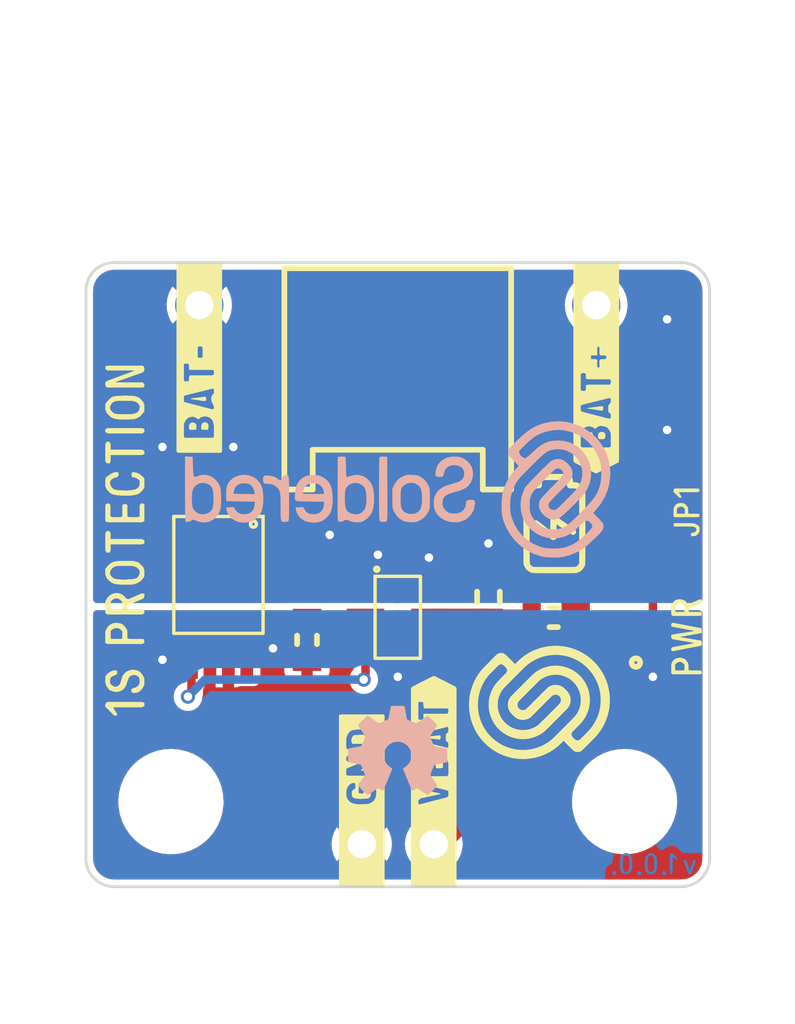
<source format=kicad_pcb>
(kicad_pcb (version 20210623) (generator pcbnew)
  (title_block (title "1S Li-Ion battery protection") (date "2022-07-26") (rev "V1.0.0.") (company "SOLDERED") (comment 1 "333049"))
  (layers (0 "F.Cu" signal) (31 "B.Cu" signal) (34 "B.Paste" user) (35 "F.Paste" user) (36 "B.SilkS" user "B.Silkscreen") (37 "F.SilkS" user "F.Silkscreen") (38 "B.Mask" user) (39 "F.Mask" user) (44 "Edge.Cuts" user))
  (net 0 "")
  (net 1 "Net-(C1-Pad1)")
  (net 2 "GND_ISO")
  (net 3 "Net-(D1-Pad1)")
  (net 4 "GND")
  (net 5 "VBAT")
  (net 6 "Net-(JP1-Pad2)")
  (net 7 "Net-(R2-Pad2)")
  (net 8 "OD")
  (net 9 "OC")
  (footprint "e-radionica.com footprinti:FIDUCIAL_23" (layer "F.Cu") (at 86.5 155.5)
    (fp_text reference "FD1")
    (fp_text value "FIDUCIAL")
    (fp_circle (center 0 0) (end 1 0) (layer "F.Cu") (width 0.2) (fill none))
    (pad "1" smd circle (at 0 0) (size 1 1) (layers "F.Cu" "F.Paste" "F.Mask") (clearance 1.1))
  )
  (footprint "buzzardLabel" (layer "F.Cu") (at 101.2 151.2 90)
    (fp_text reference "" (at 0 0 90) (layer "F.SilkS") (effects (font (size 1.27 1.27))))
    (fp_text value "" (at 0 0 90) (layer "F.SilkS") (effects (font (size 1.27 1.27))))
  )
  (footprint "e-radionica.com footprinti:Sot23-6" (layer "F.Cu") (at 91 150.5)
    (fp_text reference "U1")
    (fp_text value "DW01+G(SOT23-6)")
    (pad "1" smd rect locked (at -1.1375 -0.95) (size 1.325 0.6) (layers "F.Cu" "F.Paste" "F.Mask") (net 8 "OD"))
    (pad "2" smd rect locked (at -1.1375 0) (size 1.325 0.6) (layers "F.Cu" "F.Paste" "F.Mask") (net 7 "Net-(R2-Pad2)"))
    (pad "3" smd rect locked (at -1.1375 0.95) (size 1.325 0.6) (layers "F.Cu" "F.Paste" "F.Mask") (net 9 "OC"))
    (pad "4" smd rect locked (at 1.1375 0.95) (size 1.325 0.6) (layers "F.Cu" "F.Paste" "F.Mask"))
    (pad "5" smd rect locked (at 1.1375 0) (size 1.325 0.6) (layers "F.Cu" "F.Paste" "F.Mask") (net 1 "Net-(C1-Pad1)"))
    (pad "6" smd rect locked (at 1.1375 -0.95) (size 1.325 0.6) (layers "F.Cu" "F.Paste" "F.Mask") (net 2 "GND_ISO"))
  )
  (footprint "Soldered Graphics:Logo-Front-Soldered-5mm" (layer "F.Cu") (at 96 153.5 90)
    (fp_text reference "G***" hide)
    (fp_text value "LOGO" hide)
  )
  (footprint "e-radionica.com footprinti:0603R" (layer "F.Cu") (at 96.5 150.5)
    (fp_text reference "R3")
    (fp_text value "100R")
    (pad "1" smd rect locked (at -0.775 0 90) (size 1 0.64) (layers "F.Cu" "F.Paste" "F.Mask") (net 1 "Net-(C1-Pad1)"))
    (pad "2" smd rect locked (at 0.775 0 90) (size 1 0.64) (layers "F.Cu" "F.Paste" "F.Mask") (net 5 "VBAT"))
  )
  (footprint "e-radionica.com footprinti:SMD-JUMPER-CONNECTED_TRACE_SLODERMASK" (layer "F.Cu") (at 100 146.8 -90)
    (fp_text reference "JP1")
    (fp_text value "SMD-JUMPER-CONNECTED_TRACE_SLODERMASK")
    (fp_poly (pts (xy 0.1 0.1) (xy -0.1 0.1) (xy -0.1 -0.1) (xy 0.1 -0.1)) (layer "F.Cu") (width 0.1) (fill solid))
    (pad "1" smd rect (at -0.35 0 270) (size 0.5 1) (layers "F.Cu" "F.Mask") (net 5 "VBAT"))
    (pad "2" smd rect (at 0.35 0 270) (size 0.5 1) (layers "F.Cu" "F.Mask") (net 6 "Net-(JP1-Pad2)"))
  )
  (footprint "Soldered Graphics:Logo-Back-SolderedFULL-15mm" (layer "F.Cu") (at 91 146)
    (fp_text reference "REF**" hide)
    (fp_text value "Logo-Front-SolderedFULL-15mm" hide)
  )
  (footprint "buzzardLabel" (layer "F.Cu") (at 92.27 160.4 90)
    (fp_text reference "" (at 0 0 90) (layer "F.SilkS") (effects (font (size 1.27 1.27))))
    (fp_text value "" (at 0 0 90) (layer "F.SilkS") (effects (font (size 1.27 1.27))))
  )
  (footprint "e-radionica.com footprinti:0402R" (layer "F.Cu") (at 100 149 -90)
    (fp_text reference "R1")
    (fp_text value "2k2")
    (pad "1" smd rect locked (at -0.5 0) (size 0.64 0.54) (layers "F.Cu" "F.Paste" "F.Mask") (net 6 "Net-(JP1-Pad2)"))
    (pad "2" smd rect locked (at 0.5 0) (size 0.64 0.54) (layers "F.Cu" "F.Paste" "F.Mask") (net 3 "Net-(D1-Pad1)"))
  )
  (footprint "e-radionica.com footprinti:0603R" (layer "F.Cu") (at 87.8 151.3 90)
    (fp_text reference "R2")
    (fp_text value "1k")
    (pad "1" smd rect locked (at -0.775 0 180) (size 1 0.64) (layers "F.Cu" "F.Paste" "F.Mask") (net 4 "GND"))
    (pad "2" smd rect locked (at 0.775 0 180) (size 1 0.64) (layers "F.Cu" "F.Paste" "F.Mask") (net 7 "Net-(R2-Pad2)"))
  )
  (footprint "e-radionica.com footprinti:HOLE_3.2mm" (layer "F.Cu") (at 99 157)
    (fp_text reference "H2" hide)
    (fp_text value "HOLE_3.2mm" hide)
    (pad "" np_thru_hole circle locked (at 0 0) (size 3.2 3.2) (drill 3.2) (layers F&B.Cu *.Mask))
  )
  (footprint "buzzardLabel" (layer "F.Cu") (at 101.2 146.8 90)
    (fp_text reference "" (at 0 0 90) (layer "F.SilkS") (effects (font (size 1.27 1.27))))
    (fp_text value "" (at 0 0 90) (layer "F.SilkS") (effects (font (size 1.27 1.27))))
  )
  (footprint "buzzardLabel" (layer "F.Cu") (at 98 137.6 90)
    (fp_text reference "" (at 0 0 90) (layer "F.SilkS") (effects (font (size 1.27 1.27))))
    (fp_text value "" (at 0 0 90) (layer "F.SilkS") (effects (font (size 1.27 1.27))))
  )
  (footprint "e-radionica.com footprinti:0603C" (layer "F.Cu") (at 94.2 149.8 90)
    (fp_text reference "C1")
    (fp_text value "0.1uF")
    (pad "1" smd rect locked (at -0.73 0 90) (size 0.66 1) (layers "F.Cu" "F.Paste" "F.Mask") (net 1 "Net-(C1-Pad1)"))
    (pad "2" smd rect locked (at 0.73 0 90) (size 0.66 1) (layers "F.Cu" "F.Paste" "F.Mask") (net 2 "GND_ISO"))
  )
  (footprint "buzzardLabel" (layer "F.Cu") (at 81.4 147.8 90)
    (fp_text reference "" (at 0 0 90) (layer "F.SilkS") (effects (font (size 1.27 1.27))))
    (fp_text value "" (at 0 0 90) (layer "F.SilkS") (effects (font (size 1.27 1.27))))
  )
  (footprint "e-radionica.com footprinti:0402LED" (layer "F.Cu") (at 100 151.2 -90)
    (fp_text reference "D1")
    (fp_text value "purple")
    (pad "1" smd rect locked (at -0.55 0) (size 0.75 0.45) (layers "F.Cu" "F.Paste" "F.Mask") (net 3 "Net-(D1-Pad1)"))
    (pad "2" smd rect locked (at 0.55 0) (size 0.75 0.45) (layers "F.Cu" "F.Paste" "F.Mask") (net 4 "GND"))
  )
  (footprint "Soldered Graphics:Symbol-Front-Battery" (layer "F.Cu") (at 96.6 147.2 90)
    (fp_text reference "G***" hide)
    (fp_text value "LOGO" hide)
  )
  (footprint "buzzardLabel" (layer "F.Cu") (at 89.73 160.4 90)
    (fp_text reference "" (at 0 0 90) (layer "F.SilkS") (effects (font (size 1.27 1.27))))
    (fp_text value "" (at 0 0 90) (layer "F.SilkS") (effects (font (size 1.27 1.27))))
  )
  (footprint "Soldered Graphics:Logo-Back-OSH-3.5mm" (layer "F.Cu") (at 91 155.2)
    (fp_text reference "G***" hide)
    (fp_text value "LOGO" hide)
  )
  (footprint "buzzardLabel" (layer "F.Cu") (at 84 137.6 90)
    (fp_text reference "" (at 0 0 90) (layer "F.SilkS") (effects (font (size 1.27 1.27))))
    (fp_text value "" (at 0 0 90) (layer "F.SilkS") (effects (font (size 1.27 1.27))))
  )
  (footprint "e-radionica.com footprinti:JST-2pin-SMD" (layer "F.Cu") (at 91 143)
    (fp_text reference "K3")
    (fp_text value "JST-2pin-SMD")
    (pad "" smd rect locked (at -3.3 -3.15) (size 1 3) (layers "F.Cu" "F.Paste" "F.Mask"))
    (pad "" smd rect locked (at 3.3 -3.15) (size 1 3) (layers "F.Cu" "F.Paste" "F.Mask"))
    (pad "1" smd rect locked (at 1 3.15) (size 1.1 2) (layers "F.Cu" "F.Paste" "F.Mask") (net 5 "VBAT"))
    (pad "2" smd rect locked (at -1 3.15) (size 1.1 2) (layers "F.Cu" "F.Paste" "F.Mask") (net 2 "GND_ISO"))
  )
  (footprint "e-radionica.com footprinti:HOLE_3.2mm" (layer "F.Cu") (at 83 157)
    (fp_text reference "H1" hide)
    (fp_text value "HOLE_3.2mm" hide)
    (pad "" np_thru_hole circle locked (at 0 0) (size 3.2 3.2) (drill 3.2) (layers F&B.Cu *.Mask))
  )
  (footprint "e-radionica.com footprinti:TSSOP8" (layer "F.Cu") (at 84.7 149 -90)
    (fp_text reference "U2")
    (fp_text value "FS8205A")
    (pad "1" smd rect (at -2.95 -0.975 270) (size 1.45 0.45) (layers "F.Cu" "F.Paste" "F.Mask"))
    (pad "2" smd rect (at -2.95 -0.325 270) (size 1.45 0.45) (layers "F.Cu" "F.Paste" "F.Mask") (net 2 "GND_ISO"))
    (pad "3" smd rect (at -2.95 0.325 270) (size 1.45 0.45) (layers "F.Cu" "F.Paste" "F.Mask") (net 2 "GND_ISO"))
    (pad "4" smd rect (at -2.95 0.975 270) (size 1.45 0.45) (layers "F.Cu" "F.Paste" "F.Mask") (net 8 "OD"))
    (pad "5" smd rect (at 2.95 0.975 270) (size 1.45 0.45) (layers "F.Cu" "F.Paste" "F.Mask") (net 9 "OC"))
    (pad "6" smd rect (at 2.95 0.325 270) (size 1.45 0.45) (layers "F.Cu" "F.Paste" "F.Mask") (net 4 "GND"))
    (pad "7" smd rect (at 2.95 -0.325 270) (size 1.45 0.45) (layers "F.Cu" "F.Paste" "F.Mask") (net 4 "GND"))
    (pad "8" smd rect (at 2.95 -0.975 270) (size 1.45 0.45) (layers "F.Cu" "F.Paste" "F.Mask"))
  )
  (footprint "e-radionica.com footprinti:HEADER_MALE_2X1" (layer "B.Cu") (at 91 158.5)
    (fp_text reference "K4")
    (fp_text value "HEADER_MALE_2X1")
    (pad "1" thru_hole circle locked (at -1.27 0) (size 1.524 1.524) (drill 1) (layers *.Cu *.Mask) (net 4 "GND"))
    (pad "2" thru_hole circle locked (at 1.27 0) (size 1.524 1.524) (drill 1) (layers *.Cu *.Mask) (net 5 "VBAT"))
  )
  (footprint "Soldered Graphics:Version1.0.0." (layer "B.Cu") (at 100 159.2 180)
    (fp_text reference "Ref**" hide)
    (fp_text value "Val**" hide)
    (fp_poly (pts (xy 1.31 -0.38) (xy 1.36 -0.38) (xy 1.41 -0.37) (xy 1.42 -0.33) (xy 1.42 -0.27) (xy 1.38 -0.26) (xy 1.33 -0.26) (xy 1.3 -0.29) (xy 1.3 -0.34) (xy 1.31 -0.38)) (layer "B.Cu") (width 0.01) (fill solid))
    (fp_poly (pts (xy -0.44 -0.38) (xy -0.39 -0.38) (xy -0.34 -0.37) (xy -0.34 -0.33) (xy -0.34 -0.27) (xy -0.38 -0.26) (xy -0.43 -0.26) (xy -0.46 -0.29) (xy -0.46 -0.34) (xy -0.44 -0.38)) (layer "B.Cu") (width 0.01) (fill solid))
    (fp_poly (pts (xy -1.33 -0.35) (xy -1.27 -0.35) (xy -1.25 -0.31) (xy -1.09 0.1) (xy -1.11 0.13) (xy -1.16 0.13) (xy -1.19 0.1) (xy -1.28 -0.16) (xy -1.3 -0.21) (xy -1.32 -0.17) (xy -1.41 0.09) (xy -1.44 0.13) (xy -1.49 0.13) (xy -1.51 0.1) (xy -1.36 -0.31) (xy -1.33 -0.35)) (layer "B.Cu") (width 0.01) (fill solid))
    (fp_poly (pts (xy -0.67 -0.35) (xy -0.62 -0.35) (xy -0.6 -0.31) (xy -0.6 0.35) (xy -0.64 0.38) (xy -0.69 0.38) (xy -0.73 0.34) (xy -0.84 0.22) (xy -0.86 0.17) (xy -0.83 0.16) (xy -0.73 0.22) (xy -0.69 0.23) (xy -0.69 -0.31) (xy -0.67 -0.35)) (layer "B.Cu") (width 0.01) (fill solid))
    (fp_poly (pts (xy 0.43 -0.38) (xy 0.48 -0.38) (xy 0.54 -0.37) (xy 0.54 -0.33) (xy 0.54 -0.27) (xy 0.5 -0.26) (xy 0.45 -0.26) (xy 0.42 -0.29) (xy 0.42 -0.34) (xy 0.43 -0.38)) (layer "B.Cu") (width 0.01) (fill solid))
    (fp_poly (pts (xy 0.06 -0.35) (xy 0.11 -0.35) (xy 0.17 -0.33) (xy 0.13 -0.28) (xy 0.03 -0.28) (xy -0.01 -0.25) (xy -0.03 -0.2) (xy -0.05 -0.15) (xy -0.05 -0.11) (xy -0.05 0.01) (xy -0.05 0.13) (xy -0.05 0.17) (xy -0.03 0.22) (xy -0.01 0.27) (xy 0.02 0.3) (xy 0.13 0.3) (xy 0.16 0.26) (xy 0.18 0.21) (xy 0.18 0.15) (xy 0.19 0.05) (xy 0.19 -0.08) (xy 0.19 -0.12) (xy 0.18 -0.17) (xy 0.16 -0.22) (xy 0.14 -0.27) (xy 0.14 -0.28) (xy 0.17 -0.32) (xy 0.21 -0.29) (xy 0.24 -0.26) (xy 0.26 -0.22) (xy 0.27 -0.16) (xy 0.28 -0.11) (xy 0.28 -0.06) (xy 0.28 0.06) (xy 0.28 0.12) (xy 0.27 0.17) (xy 0.26 0.22) (xy 0.25 0.27) (xy 0.22 0.3) (xy 0.19 0.34) (xy 0.13 0.37) (xy 0.08 0.38) (xy 0.02 0.38) (xy -0.03 0.35) (xy -0.08 0.31) (xy -0.1 0.28) (xy -0.12 0.23) (xy -0.14 0.18) (xy -0.14 0.13) (xy -0.15 0.08) (xy -0.15 -0.04) (xy -0.14 -0.1) (xy -0.14 -0.14) (xy -0.13 -0.2) (xy -0.11 -0.25) (xy -0.08 -0.28) (xy -0.05 -0.32) (xy 0.01 -0.35) (xy 0.06 -0.35)) (layer "B.Cu") (width 0.01) (fill solid))
    (fp_poly (pts (xy 0.93 -0.35) (xy 0.99 -0.35) (xy 1.04 -0.33) (xy 1.01 -0.28) (xy 0.91 -0.28) (xy 0.87 -0.25) (xy 0.85 -0.2) (xy 0.83 -0.15) (xy 0.83 -0.11) (xy 0.82 0.01) (xy 0.83 0.13) (xy 0.83 0.17) (xy 0.84 0.22) (xy 0.87 0.27) (xy 0.9 0.3) (xy 1.01 0.3) (xy 1.04 0.26) (xy 1.05 0.21) (xy 1.06 0.15) (xy 1.07 0.05) (xy 1.07 -0.08) (xy 1.06 -0.12) (xy 1.06 -0.17) (xy 1.04 -0.22) (xy 1.02 -0.27) (xy 1.01 -0.28) (xy 1.05 -0.32) (xy 1.09 -0.29) (xy 1.12 -0.26) (xy 1.14 -0.22) (xy 1.15 -0.16) (xy 1.16 -0.11) (xy 1.16 -0.06) (xy 1.16 0.06) (xy 1.16 0.12) (xy 1.15 0.17) (xy 1.14 0.22) (xy 1.13 0.27) (xy 1.1 0.3) (xy 1.06 0.34) (xy 1.01 0.37) (xy 0.95 0.38) (xy 0.9 0.38) (xy 0.84 0.35) (xy 0.8 0.31) (xy 0.78 0.28) (xy 0.75 0.23) (xy 0.74 0.18) (xy 0.74 0.13) (xy 0.73 0.08) (xy 0.73 -0.04) (xy 0.73 -0.1) (xy 0.74 -0.14) (xy 0.75 -0.2) (xy 0.77 -0.25) (xy 0.79 -0.28) (xy 0.83 -0.32) (xy 0.89 -0.35) (xy 0.93 -0.35)) (layer "B.Cu") (width 0.01) (fill solid))
  )
  (footprint "e-radionica.com footprinti:HEADER_MALE_1X1" (layer "B.Cu") (at 84 139.5 180)
    (fp_text reference "K2")
    (fp_text value "HEADER_MALE_1X1")
    (pad "1" thru_hole circle locked (at 0 0 180) (size 1.7 1.7) (drill 1) (layers *.Cu *.Mask) (net 2 "GND_ISO"))
  )
  (footprint "e-radionica.com footprinti:HEADER_MALE_1X1" (layer "B.Cu") (at 98 139.5 180)
    (fp_text reference "K1")
    (fp_text value "HEADER_MALE_1X1")
    (pad "1" thru_hole circle locked (at 0 0 180) (size 1.7 1.7) (drill 1) (layers *.Cu *.Mask) (net 5 "VBAT"))
  )
  (gr_line (start 80 139) (end 80 159) (layer "Edge.Cuts") (width 0.1))
  (gr_line (start 101 138) (end 81 138) (layer "Edge.Cuts") (width 0.1))
  (gr_arc (start 101 139) (end 101 138) (angle 90) (layer "Edge.Cuts") (width 0.1))
  (gr_line (start 81 160) (end 101 160) (layer "Edge.Cuts") (width 0.1))
  (gr_arc (start 81 139) (end 81 138) (angle -90) (layer "Edge.Cuts") (width 0.1))
  (gr_arc (start 81 159) (end 81 160) (angle 90) (layer "Edge.Cuts") (width 0.1))
  (gr_arc (start 101 159) (end 101 160) (angle -90) (layer "Edge.Cuts") (width 0.1))
  (gr_line (start 102 159) (end 102 139) (layer "Edge.Cuts") (width 0.1))
  (segment (start 95.695 150.53) (end 95.725 150.5) (width 0.6) (layer "F.Cu") (net 1))
  (segment (start 94.17 150.5) (end 94.2 150.53) (width 0.6) (layer "F.Cu") (net 1))
  (segment (start 94.2 150.53) (end 95.695 150.53) (width 0.6) (layer "F.Cu") (net 1))
  (segment (start 92.1375 150.5) (end 94.17 150.5) (width 0.6) (layer "F.Cu") (net 1))
  (via (at 94.2 147.9) (size 0.5) (drill 0.3) (layers "F.Cu" "B.Cu") (net 2))
  (via (at 92.1 148.4) (size 0.5) (drill 0.3) (layers "F.Cu" "B.Cu") (net 2))
  (via (at 85.2 144.5) (size 0.5) (drill 0.3) (layers "F.Cu" "B.Cu") (net 2))
  (via (at 100.5 140) (size 0.5) (drill 0.3) (layers "F.Cu" "B.Cu") (net 2))
  (via (at 82.7 144.5) (size 0.5) (drill 0.3) (layers "F.Cu" "B.Cu") (net 2))
  (via (at 90.3 148.3) (size 0.5) (drill 0.3) (layers "F.Cu" "B.Cu") (net 2))
  (via (at 100.5 143.9) (size 0.5) (drill 0.3) (layers "F.Cu" "B.Cu") (net 2))
  (via (at 88.6 147.6) (size 0.5) (drill 0.3) (layers "F.Cu" "B.Cu") (net 2))
  (segment (start 100 149.5) (end 100 150.65) (width 0.3) (layer "F.Cu") (net 3))
  (via (at 82.7 152) (size 0.5) (drill 0.3) (layers "F.Cu" "B.Cu") (net 4))
  (via (at 86.6 151.6) (size 0.5) (drill 0.3) (layers "F.Cu" "B.Cu") (net 4))
  (via (at 91 152.6) (size 0.5) (drill 0.3) (layers "F.Cu" "B.Cu") (net 4))
  (via (at 100 152.6) (size 0.5) (drill 0.3) (layers "F.Cu" "B.Cu") (net 4))
  (segment (start 94.85 146.15) (end 97.3 143.7) (width 1) (layer "F.Cu") (net 5))
  (segment (start 100 146.45) (end 98.6 146.45) (width 0.3) (layer "F.Cu") (net 5))
  (segment (start 98.6 146.45) (end 97.275 145.125) (width 0.3) (layer "F.Cu") (net 5))
  (segment (start 98 143) (end 98 139.5) (width 1) (layer "F.Cu") (net 5))
  (segment (start 97.275 153.495) (end 92.27 158.5) (width 1) (layer "F.Cu") (net 5))
  (segment (start 97.275 150) (end 97.275 153.495) (width 1) (layer "F.Cu") (net 5))
  (segment (start 97.275 145.125) (end 97.275 143.725) (width 1) (layer "F.Cu") (net 5))
  (segment (start 97.275 143.725) (end 97.3 143.7) (width 1) (layer "F.Cu") (net 5))
  (segment (start 97.3 143.7) (end 98 143) (width 1) (layer "F.Cu") (net 5))
  (segment (start 92 146.15) (end 94.85 146.15) (width 1) (layer "F.Cu") (net 5))
  (segment (start 97.275 150) (end 97.275 145.125) (width 1) (layer "F.Cu") (net 5))
  (segment (start 100 147.15) (end 100 148.5) (width 0.3) (layer "F.Cu") (net 6))
  (segment (start 87.825 150.5) (end 87.8 150.525) (width 0.3) (layer "F.Cu") (net 7))
  (segment (start 89.8625 150.5) (end 87.825 150.5) (width 0.3) (layer "F.Cu") (net 7))
  (segment (start 83.725 147.049022) (end 83.725 146.05) (width 0.3) (layer "F.Cu") (net 8))
  (segment (start 87.5 148.1) (end 84.775978 148.1) (width 0.3) (layer "F.Cu") (net 8))
  (segment (start 84.775978 148.1) (end 83.725 147.049022) (width 0.3) (layer "F.Cu") (net 8))
  (segment (start 89.8625 149.55) (end 88.95 149.55) (width 0.3) (layer "F.Cu") (net 8))
  (segment (start 88.95 149.55) (end 87.5 148.1) (width 0.3) (layer "F.Cu") (net 8))
  (segment (start 83.725 153.175) (end 83.6 153.3) (width 0.3) (layer "F.Cu") (net 9))
  (segment (start 89.8625 151.45) (end 89.8625 152.6375) (width 0.3) (layer "F.Cu") (net 9))
  (segment (start 83.725 151.95) (end 83.725 153.175) (width 0.3) (layer "F.Cu") (net 9))
  (segment (start 89.8625 152.6375) (end 89.8 152.7) (width 0.3) (layer "F.Cu") (net 9))
  (via (at 83.6 153.3) (size 0.5) (drill 0.3) (layers "F.Cu" "B.Cu") (net 9))
  (via (at 89.8 152.7) (size 0.5) (drill 0.3) (layers "F.Cu" "B.Cu") (net 9))
  (segment (start 84.2 152.7) (end 83.6 153.3) (width 0.3) (layer "B.Cu") (net 9))
  (segment (start 89.8 152.7) (end 84.2 152.7) (width 0.3) (layer "B.Cu") (net 9))
  (zone (net 0) (net_name "") (layer "F.Cu") (connect_pads (clearance 0)) (min_thickness 0.254)
    (keepout (tracks allowed) (vias allowed) (pads allowed) (copperpour not_allowed) (footprints allowed))
    (fill (thermal_gap 0.3) (thermal_bridge_width 0.4))
    (polygon (pts (xy 84.8 152.3) (xy 84.6 152.3) (xy 84.6 151.6) (xy 84.8 151.6)))
  )
  (zone (net 2) (net_name "GND_ISO") (layers F&B.Cu) (priority 3) (connect_pads (clearance 0.254)) (min_thickness 0.254) (fill yes (thermal_gap 0.3) (thermal_bridge_width 0.4))
    (polygon (pts (xy 102 150) (xy 80 150) (xy 80 138) (xy 102 138)))
  )
  (zone (net 0) (net_name "") (layer "F.Cu") (connect_pads (clearance 0)) (min_thickness 0.254)
    (keepout (tracks allowed) (vias allowed) (pads allowed) (copperpour not_allowed) (footprints allowed))
    (fill (thermal_gap 0.3) (thermal_bridge_width 0.4))
    (polygon (pts (xy 84.8 146.4) (xy 84.6 146.4) (xy 84.6 145.7) (xy 84.8 145.7)))
  )
  (zone (net 4) (net_name "GND") (layers F&B.Cu) (priority 2) (connect_pads (clearance 0.254)) (min_thickness 0.254) (fill yes (thermal_gap 0.3) (thermal_bridge_width 0.4))
    (polygon (pts (xy 102 160) (xy 80 160) (xy 80 150) (xy 102 150)))
  )
)
</source>
